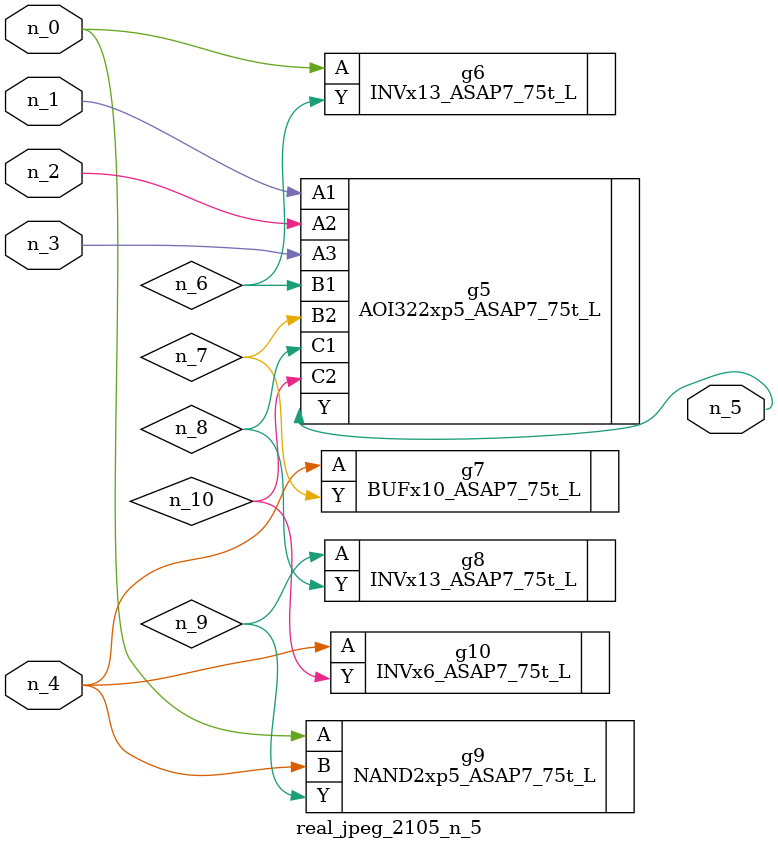
<source format=v>
module real_jpeg_2105_n_5 (n_4, n_0, n_1, n_2, n_3, n_5);

input n_4;
input n_0;
input n_1;
input n_2;
input n_3;

output n_5;

wire n_8;
wire n_6;
wire n_7;
wire n_10;
wire n_9;

INVx13_ASAP7_75t_L g6 ( 
.A(n_0),
.Y(n_6)
);

NAND2xp5_ASAP7_75t_L g9 ( 
.A(n_0),
.B(n_4),
.Y(n_9)
);

AOI322xp5_ASAP7_75t_L g5 ( 
.A1(n_1),
.A2(n_2),
.A3(n_3),
.B1(n_6),
.B2(n_7),
.C1(n_8),
.C2(n_10),
.Y(n_5)
);

BUFx10_ASAP7_75t_L g7 ( 
.A(n_4),
.Y(n_7)
);

INVx6_ASAP7_75t_L g10 ( 
.A(n_4),
.Y(n_10)
);

INVx13_ASAP7_75t_L g8 ( 
.A(n_9),
.Y(n_8)
);


endmodule
</source>
